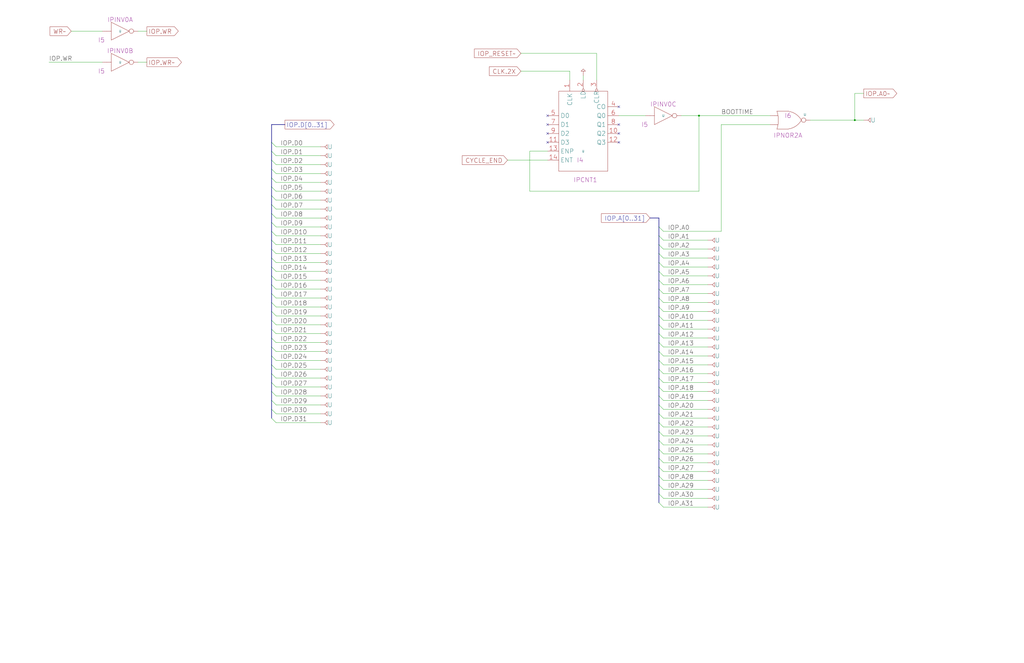
<source format=kicad_sch>
(kicad_sch (version 20220404) (generator eeschema)
  (paper "User" 584.2 378.46)
  (title_block (title "IOP\\n68020 BUS BUFFERS") (date "22-SEP-90") (rev "2.0") (comment 1 "IOC") (comment 2 "232-003061") (comment 3 "S400") (comment 4 "RELEASED"))
  (lib_symbols
    (symbol "r1000:F02" (pin_numbers hide) (pin_names hide)
      (property "Reference" "U" (at 12.16 0.635 0))
      (property "Value" "F02" (at -1.27 -4.445 0))
      (property "Location" "___" (at 2.54 0 0))
      (property "Name" "______" (at 2.54 -12.7 0))
      (symbol "F02_0_1"
        (arc (start -3.81 -7.62) (mid -2.9847 -2.54) (end -3.81 2.54) (stroke (width 0.1524)))
        (polyline (pts (xy -5.08 -5.08) (xy -3.175 -5.08)) (stroke (width 0.1524)))
        (polyline (pts (xy -5.08 0) (xy -3.175 0)) (stroke (width 0.1524)))
        (polyline (pts (xy -3.81 -7.62) (xy 2.54 -7.62)) (stroke (width 0.1524)))
        (polyline (pts (xy -3.81 2.54) (xy 2.54 2.54)) (stroke (width 0.1524)))
        (polyline (pts (xy 13.97 -2.54) (xy 12.7 -2.54)) (stroke (width 0.1524)))
        (arc (start 2.54 -7.62) (mid 6.9515 -5.9823) (end 10.16 -2.54) (stroke (width 0.1524)))
        (arc (start 10.16 -2.54) (mid 6.9478 0.8966) (end 2.54 2.54) (stroke (width 0.1524)))
        (circle (center 11.43 -2.54) (radius 1.27) (stroke (width 0.1524)))
      )
      (symbol "F02_0_2"
        (circle (center -3.81 -5.08) (radius 1.27) (stroke (width 0.1524)))
        (circle (center -3.81 0) (radius 1.27) (stroke (width 0.1524)))
        (polyline (pts (xy -2.54 -7.62) (xy 5.08 -7.62)) (stroke (width 0.1524)))
        (polyline (pts (xy -2.54 2.54) (xy -2.54 -7.62)) (stroke (width 0.1524)))
        (polyline (pts (xy -2.54 2.54) (xy 5.08 2.54)) (stroke (width 0.1524)))
        (polyline (pts (xy 11.43 -2.54) (xy 10.16 -2.54)) (stroke (width 0.1524)))
        (polyline (pts (xy 11.43 -2.54) (xy 12.7 -2.54)) (stroke (width 0.1524)))
        (arc (start 5.08 -7.62) (mid 10.1282 -2.54) (end 5.08 2.54) (stroke (width 0.1524)))
      )
      (symbol "F02_1_1"
        (pin input line (at -7.62 0 0) (length 2.54) (name "D0") (number "1"))
        (pin input line (at -7.62 -5.08 0) (length 2.54) (name "D1") (number "2"))
        (pin output line (at 15.24 -2.54 180) (length 1.27) (name "Q") (number "3"))
      )
      (symbol "F02_1_2"
        (pin input line (at -7.62 0 0) (length 2.54) (name "D0") (number "1"))
        (pin input line (at -7.62 -5.08 0) (length 2.54) (name "D1") (number "2"))
        (pin output line (at 15.24 -2.54 180) (length 2.54) (name "Q") (number "3"))
      )
    )
    (symbol "r1000:F04" (pin_numbers hide) (pin_names hide)
      (property "Reference" "U" (at 0 0 0))
      (property "Value" "F04" (at 1.27 -5.08 0))
      (property "Location" "___" (at -12.7 -5.08 0))
      (property "Name" "______" (at 0 5.08 0))
      (symbol "F04_0_1"
        (polyline (pts (xy -7.62 0) (xy -5.08 0)) (stroke (width 0.1524)))
        (polyline (pts (xy -5.08 5.08) (xy -5.08 -5.08)) (stroke (width 0.1524)))
        (polyline (pts (xy 5.08 0) (xy -5.08 -5.08)) (stroke (width 0.1524)))
        (polyline (pts (xy 5.08 0) (xy -5.08 5.08)) (stroke (width 0.1524)))
        (circle (center 6.35 0) (radius 1.27) (stroke (width 0.1524)))
      )
      (symbol "F04_1_1"
        (pin input line (at -10.16 0 0) (length 2.54) (name "D0") (number "1"))
        (pin output line (at 10.16 0 180) (length 2.54) (name "Q") (number "2"))
      )
    )
    (symbol "r1000:F163" (pin_names (offset 1.016))
      (property "Reference" "U" (at 2.54 5.08 0))
      (property "Value" "F163" (at -1.27 -5.08 0))
      (property "Location" "___" (at -1.27 0 0))
      (property "Name" "______" (at 3.81 -12.7 0))
      (symbol "F163_1_1"
        (rectangle (start -11.43 39.37) (end 16.51 -6.35))
        (circle (center 2.54 40.005) (radius 0.635))
        (circle (center 10.16 40.005) (radius 0.635))
        (pin input line (at -5.08 45.72 270) (length 6.35) (name "CLK") (number "1"))
        (pin output line (at 22.86 15.24 180) (length 6.35) (name "Q2") (number "10"))
        (pin input line (at -17.78 10.16 0) (length 6.35) (name "D3") (number "11"))
        (pin output line (at 22.86 10.16 180) (length 6.35) (name "Q3") (number "12"))
        (pin input line (at -17.78 5.08 0) (length 6.35) (name "ENP") (number "13"))
        (pin input line (at -17.78 0 0) (length 6.35) (name "ENT") (number "14"))
        (pin input line (at 2.54 45.72 270) (length 5.08) (name "LD") (number "2"))
        (pin input line (at 10.16 45.72 270) (length 5.08) (name "CLR") (number "3"))
        (pin output line (at 22.86 30.48 180) (length 6.35) (name "CO") (number "4"))
        (pin input line (at -17.78 25.4 0) (length 6.35) (name "D0") (number "5"))
        (pin output line (at 22.86 25.4 180) (length 6.35) (name "Q0") (number "6"))
        (pin input line (at -17.78 20.32 0) (length 6.35) (name "D1") (number "7"))
        (pin output line (at 22.86 20.32 180) (length 6.35) (name "Q1") (number "8"))
        (pin input line (at -17.78 15.24 0) (length 6.35) (name "D2") (number "9"))
      )
    )
    (symbol "r1000:GF" (pin_numbers hide) (pin_names (offset 0) hide)
      (property "Reference" "GF" (at 3.81 0 0))
      (symbol "GF_0_1"
        (polyline (pts (xy 2.54 0) (xy 3.81 1.27) (xy 3.81 -1.27) (xy 2.54 0)) (stroke (width 0.1524)))
      )
      (symbol "GF_1_1"
        (pin bidirectional line (at 0 0 0) (length 2.54) (name "") (number "1"))
      )
    )
    (symbol "r1000:PU" (power) (pin_numbers hide) (pin_names hide)
      (symbol "PU_0_1"
        (polyline (pts (xy 0 2.54) (xy -1.27 2.54) (xy 0 3.81) (xy 1.27 2.54) (xy 0 2.54)) (stroke (width 0.1524)))
      )
      (symbol "PU_1_1"
        (pin power_in line (at 0 0 90) (length 2.54) (name "PU") (number "1"))
      )
    )
  )
  (junction (at 487.68 68.58))
  (junction (at 398.78 66.04))
  (no_connect (at 312.42 81.28))
  (no_connect (at 312.42 76.2))
  (no_connect (at 353.06 60.96))
  (no_connect (at 312.42 66.04))
  (no_connect (at 353.06 76.2))
  (no_connect (at 353.06 71.12))
  (no_connect (at 312.42 71.12))
  (no_connect (at 353.06 81.28))
  (bus_entry (at 375.92 210.82) (size 2.54 2.54))
  (bus_entry (at 154.94 157.48) (size 2.54 2.54))
  (bus_entry (at 375.92 165.1) (size 2.54 2.54))
  (bus_entry (at 154.94 167.64) (size 2.54 2.54))
  (bus_entry (at 154.94 101.6) (size 2.54 2.54))
  (bus_entry (at 375.92 190.5) (size 2.54 2.54))
  (bus_entry (at 154.94 213.36) (size 2.54 2.54))
  (bus_entry (at 375.92 241.3) (size 2.54 2.54))
  (bus_entry (at 154.94 96.52) (size 2.54 2.54))
  (bus_entry (at 154.94 218.44) (size 2.54 2.54))
  (bus_entry (at 154.94 121.92) (size 2.54 2.54))
  (bus_entry (at 375.92 246.38) (size 2.54 2.54))
  (bus_entry (at 375.92 170.18) (size 2.54 2.54))
  (bus_entry (at 375.92 175.26) (size 2.54 2.54))
  (bus_entry (at 154.94 81.28) (size 2.54 2.54))
  (bus_entry (at 154.94 106.68) (size 2.54 2.54))
  (bus_entry (at 375.92 220.98) (size 2.54 2.54))
  (bus_entry (at 154.94 172.72) (size 2.54 2.54))
  (bus_entry (at 375.92 215.9) (size 2.54 2.54))
  (bus_entry (at 375.92 195.58) (size 2.54 2.54))
  (bus_entry (at 154.94 111.76) (size 2.54 2.54))
  (bus_entry (at 375.92 139.7) (size 2.54 2.54))
  (bus_entry (at 375.92 144.78) (size 2.54 2.54))
  (bus_entry (at 154.94 233.68) (size 2.54 2.54))
  (bus_entry (at 154.94 116.84) (size 2.54 2.54))
  (bus_entry (at 375.92 271.78) (size 2.54 2.54))
  (bus_entry (at 154.94 198.12) (size 2.54 2.54))
  (bus_entry (at 154.94 127) (size 2.54 2.54))
  (bus_entry (at 375.92 226.06) (size 2.54 2.54))
  (bus_entry (at 375.92 266.7) (size 2.54 2.54))
  (bus_entry (at 375.92 134.62) (size 2.54 2.54))
  (bus_entry (at 375.92 261.62) (size 2.54 2.54))
  (bus_entry (at 154.94 132.08) (size 2.54 2.54))
  (bus_entry (at 375.92 236.22) (size 2.54 2.54))
  (bus_entry (at 154.94 137.16) (size 2.54 2.54))
  (bus_entry (at 375.92 180.34) (size 2.54 2.54))
  (bus_entry (at 154.94 238.76) (size 2.54 2.54))
  (bus_entry (at 154.94 142.24) (size 2.54 2.54))
  (bus_entry (at 154.94 182.88) (size 2.54 2.54))
  (bus_entry (at 375.92 287.02) (size 2.54 2.54))
  (bus_entry (at 154.94 147.32) (size 2.54 2.54))
  (bus_entry (at 375.92 160.02) (size 2.54 2.54))
  (bus_entry (at 154.94 177.8) (size 2.54 2.54))
  (bus_entry (at 154.94 223.52) (size 2.54 2.54))
  (bus_entry (at 375.92 251.46) (size 2.54 2.54))
  (bus_entry (at 375.92 200.66) (size 2.54 2.54))
  (bus_entry (at 375.92 185.42) (size 2.54 2.54))
  (bus_entry (at 375.92 281.94) (size 2.54 2.54))
  (bus_entry (at 154.94 152.4) (size 2.54 2.54))
  (bus_entry (at 375.92 154.94) (size 2.54 2.54))
  (bus_entry (at 375.92 231.14) (size 2.54 2.54))
  (bus_entry (at 375.92 256.54) (size 2.54 2.54))
  (bus_entry (at 154.94 228.6) (size 2.54 2.54))
  (bus_entry (at 154.94 193.04) (size 2.54 2.54))
  (bus_entry (at 375.92 276.86) (size 2.54 2.54))
  (bus_entry (at 154.94 162.56) (size 2.54 2.54))
  (bus_entry (at 154.94 187.96) (size 2.54 2.54))
  (bus_entry (at 154.94 203.2) (size 2.54 2.54))
  (bus_entry (at 154.94 86.36) (size 2.54 2.54))
  (bus_entry (at 375.92 149.86) (size 2.54 2.54))
  (bus_entry (at 375.92 129.54) (size 2.54 2.54))
  (bus_entry (at 154.94 208.28) (size 2.54 2.54))
  (bus_entry (at 154.94 91.44) (size 2.54 2.54))
  (bus_entry (at 375.92 205.74) (size 2.54 2.54))
  (bus (pts (xy 154.94 86.36) (xy 154.94 91.44)))
  (bus (pts (xy 375.92 180.34) (xy 375.92 185.42)))
  (wire (pts (xy 340.36 30.48) (xy 297.18 30.48)))
  (wire (pts (xy 378.46 289.56) (xy 403.86 289.56)))
  (wire (pts (xy 157.48 185.42) (xy 182.88 185.42)))
  (wire (pts (xy 157.48 83.82) (xy 182.88 83.82)))
  (wire (pts (xy 157.48 119.38) (xy 182.88 119.38)))
  (wire (pts (xy 398.78 66.04) (xy 398.78 109.22)))
  (bus (pts (xy 154.94 213.36) (xy 154.94 218.44)))
  (wire (pts (xy 378.46 259.08) (xy 403.86 259.08)))
  (bus (pts (xy 375.92 251.46) (xy 375.92 256.54)))
  (bus (pts (xy 154.94 233.68) (xy 154.94 238.76)))
  (bus (pts (xy 154.94 96.52) (xy 154.94 101.6)))
  (bus (pts (xy 154.94 81.28) (xy 154.94 86.36)))
  (bus (pts (xy 375.92 205.74) (xy 375.92 210.82)))
  (bus (pts (xy 154.94 218.44) (xy 154.94 223.52)))
  (wire (pts (xy 157.48 226.06) (xy 182.88 226.06)))
  (wire (pts (xy 378.46 264.16) (xy 403.86 264.16)))
  (bus (pts (xy 154.94 198.12) (xy 154.94 203.2)))
  (wire (pts (xy 378.46 177.8) (xy 403.86 177.8)))
  (wire (pts (xy 378.46 172.72) (xy 403.86 172.72)))
  (bus (pts (xy 154.94 137.16) (xy 154.94 142.24)))
  (wire (pts (xy 157.48 114.3) (xy 182.88 114.3)))
  (wire (pts (xy 487.68 53.34) (xy 492.76 53.34)))
  (wire (pts (xy 157.48 99.06) (xy 182.88 99.06)))
  (bus (pts (xy 154.94 132.08) (xy 154.94 137.16)))
  (bus (pts (xy 375.92 215.9) (xy 375.92 220.98)))
  (wire (pts (xy 157.48 160.02) (xy 182.88 160.02)))
  (bus (pts (xy 370.84 124.46) (xy 375.92 124.46)))
  (bus (pts (xy 154.94 157.48) (xy 154.94 162.56)))
  (wire (pts (xy 157.48 231.14) (xy 182.88 231.14)))
  (bus (pts (xy 154.94 142.24) (xy 154.94 147.32)))
  (bus (pts (xy 154.94 71.12) (xy 154.94 81.28)))
  (bus (pts (xy 375.92 185.42) (xy 375.92 190.5)))
  (bus (pts (xy 375.92 271.78) (xy 375.92 276.86)))
  (wire (pts (xy 157.48 210.82) (xy 182.88 210.82)))
  (bus (pts (xy 154.94 111.76) (xy 154.94 116.84)))
  (wire (pts (xy 157.48 154.94) (xy 182.88 154.94)))
  (wire (pts (xy 340.36 45.72) (xy 340.36 30.48)))
  (bus (pts (xy 375.92 246.38) (xy 375.92 251.46)))
  (wire (pts (xy 157.48 149.86) (xy 182.88 149.86)))
  (wire (pts (xy 157.48 124.46) (xy 182.88 124.46)))
  (bus (pts (xy 375.92 165.1) (xy 375.92 170.18)))
  (wire (pts (xy 157.48 200.66) (xy 182.88 200.66)))
  (bus (pts (xy 154.94 121.92) (xy 154.94 127)))
  (bus (pts (xy 154.94 91.44) (xy 154.94 96.52)))
  (bus (pts (xy 375.92 256.54) (xy 375.92 261.62)))
  (bus (pts (xy 154.94 167.64) (xy 154.94 172.72)))
  (bus (pts (xy 375.92 210.82) (xy 375.92 215.9)))
  (bus (pts (xy 154.94 208.28) (xy 154.94 213.36)))
  (bus (pts (xy 154.94 203.2) (xy 154.94 208.28)))
  (wire (pts (xy 157.48 109.22) (xy 182.88 109.22)))
  (wire (pts (xy 378.46 284.48) (xy 403.86 284.48)))
  (wire (pts (xy 378.46 182.88) (xy 403.86 182.88)))
  (wire (pts (xy 462.28 68.58) (xy 487.68 68.58)))
  (wire (pts (xy 27.94 35.56) (xy 58.42 35.56)))
  (bus (pts (xy 154.94 116.84) (xy 154.94 121.92)))
  (bus (pts (xy 375.92 281.94) (xy 375.92 287.02)))
  (wire (pts (xy 378.46 213.36) (xy 403.86 213.36)))
  (bus (pts (xy 375.92 266.7) (xy 375.92 271.78)))
  (wire (pts (xy 411.48 132.08) (xy 411.48 71.12)))
  (wire (pts (xy 411.48 71.12) (xy 439.42 71.12)))
  (bus (pts (xy 154.94 177.8) (xy 154.94 182.88)))
  (wire (pts (xy 157.48 220.98) (xy 182.88 220.98)))
  (wire (pts (xy 157.48 93.98) (xy 182.88 93.98)))
  (bus (pts (xy 375.92 124.46) (xy 375.92 129.54)))
  (bus (pts (xy 375.92 220.98) (xy 375.92 226.06)))
  (wire (pts (xy 378.46 269.24) (xy 403.86 269.24)))
  (wire (pts (xy 378.46 254) (xy 403.86 254)))
  (wire (pts (xy 378.46 157.48) (xy 403.86 157.48)))
  (wire (pts (xy 40.64 17.78) (xy 58.42 17.78)))
  (wire (pts (xy 353.06 66.04) (xy 368.3 66.04)))
  (wire (pts (xy 388.62 66.04) (xy 398.78 66.04)))
  (bus (pts (xy 375.92 175.26) (xy 375.92 180.34)))
  (wire (pts (xy 78.74 17.78) (xy 83.82 17.78)))
  (bus (pts (xy 375.92 170.18) (xy 375.92 175.26)))
  (wire (pts (xy 157.48 134.62) (xy 182.88 134.62)))
  (wire (pts (xy 302.26 109.22) (xy 302.26 86.36)))
  (wire (pts (xy 378.46 279.4) (xy 403.86 279.4)))
  (bus (pts (xy 375.92 154.94) (xy 375.92 160.02)))
  (wire (pts (xy 378.46 248.92) (xy 403.86 248.92)))
  (wire (pts (xy 378.46 152.4) (xy 403.86 152.4)))
  (wire (pts (xy 378.46 243.84) (xy 403.86 243.84)))
  (bus (pts (xy 375.92 261.62) (xy 375.92 266.7)))
  (bus (pts (xy 154.94 223.52) (xy 154.94 228.6)))
  (bus (pts (xy 375.92 129.54) (xy 375.92 134.62)))
  (wire (pts (xy 378.46 137.16) (xy 403.86 137.16)))
  (wire (pts (xy 157.48 165.1) (xy 182.88 165.1)))
  (bus (pts (xy 375.92 231.14) (xy 375.92 236.22)))
  (wire (pts (xy 78.74 35.56) (xy 83.82 35.56)))
  (wire (pts (xy 157.48 241.3) (xy 182.88 241.3)))
  (bus (pts (xy 375.92 144.78) (xy 375.92 149.86)))
  (bus (pts (xy 375.92 134.62) (xy 375.92 139.7)))
  (bus (pts (xy 154.94 162.56) (xy 154.94 167.64)))
  (wire (pts (xy 378.46 193.04) (xy 403.86 193.04)))
  (bus (pts (xy 375.92 139.7) (xy 375.92 144.78)))
  (wire (pts (xy 378.46 208.28) (xy 403.86 208.28)))
  (bus (pts (xy 154.94 127) (xy 154.94 132.08)))
  (wire (pts (xy 378.46 162.56) (xy 403.86 162.56)))
  (bus (pts (xy 375.92 241.3) (xy 375.92 246.38)))
  (wire (pts (xy 378.46 142.24) (xy 403.86 142.24)))
  (bus (pts (xy 375.92 226.06) (xy 375.92 231.14)))
  (wire (pts (xy 157.48 195.58) (xy 182.88 195.58)))
  (wire (pts (xy 378.46 132.08) (xy 411.48 132.08)))
  (wire (pts (xy 157.48 129.54) (xy 182.88 129.54)))
  (wire (pts (xy 378.46 147.32) (xy 403.86 147.32)))
  (bus (pts (xy 154.94 193.04) (xy 154.94 198.12)))
  (wire (pts (xy 398.78 109.22) (xy 302.26 109.22)))
  (bus (pts (xy 154.94 182.88) (xy 154.94 187.96)))
  (wire (pts (xy 325.12 45.72) (xy 325.12 40.64)))
  (bus (pts (xy 154.94 172.72) (xy 154.94 177.8)))
  (bus (pts (xy 154.94 187.96) (xy 154.94 193.04)))
  (wire (pts (xy 378.46 228.6) (xy 403.86 228.6)))
  (bus (pts (xy 154.94 101.6) (xy 154.94 106.68)))
  (wire (pts (xy 378.46 238.76) (xy 403.86 238.76)))
  (wire (pts (xy 302.26 86.36) (xy 312.42 86.36)))
  (wire (pts (xy 332.74 43.18) (xy 332.74 45.72)))
  (bus (pts (xy 154.94 106.68) (xy 154.94 111.76)))
  (bus (pts (xy 375.92 236.22) (xy 375.92 241.3)))
  (wire (pts (xy 157.48 88.9) (xy 182.88 88.9)))
  (bus (pts (xy 375.92 160.02) (xy 375.92 165.1)))
  (wire (pts (xy 157.48 104.14) (xy 182.88 104.14)))
  (wire (pts (xy 487.68 68.58) (xy 487.68 53.34)))
  (bus (pts (xy 154.94 147.32) (xy 154.94 152.4)))
  (wire (pts (xy 378.46 187.96) (xy 403.86 187.96)))
  (wire (pts (xy 378.46 223.52) (xy 403.86 223.52)))
  (wire (pts (xy 297.18 40.64) (xy 325.12 40.64)))
  (wire (pts (xy 487.68 68.58) (xy 492.76 68.58)))
  (wire (pts (xy 289.56 91.44) (xy 312.42 91.44)))
  (wire (pts (xy 378.46 198.12) (xy 403.86 198.12)))
  (bus (pts (xy 375.92 195.58) (xy 375.92 200.66)))
  (wire (pts (xy 378.46 167.64) (xy 403.86 167.64)))
  (wire (pts (xy 157.48 205.74) (xy 182.88 205.74)))
  (bus (pts (xy 154.94 71.12) (xy 162.56 71.12)))
  (wire (pts (xy 157.48 190.5) (xy 182.88 190.5)))
  (wire (pts (xy 398.78 66.04) (xy 439.42 66.04)))
  (wire (pts (xy 378.46 274.32) (xy 403.86 274.32)))
  (wire (pts (xy 157.48 215.9) (xy 182.88 215.9)))
  (wire (pts (xy 157.48 175.26) (xy 182.88 175.26)))
  (bus (pts (xy 375.92 149.86) (xy 375.92 154.94)))
  (bus (pts (xy 154.94 152.4) (xy 154.94 157.48)))
  (wire (pts (xy 378.46 218.44) (xy 403.86 218.44)))
  (wire (pts (xy 157.48 236.22) (xy 182.88 236.22)))
  (bus (pts (xy 375.92 200.66) (xy 375.92 205.74)))
  (wire (pts (xy 157.48 144.78) (xy 182.88 144.78)))
  (wire (pts (xy 157.48 139.7) (xy 182.88 139.7)))
  (bus (pts (xy 375.92 190.5) (xy 375.92 195.58)))
  (wire (pts (xy 157.48 180.34) (xy 182.88 180.34)))
  (bus (pts (xy 154.94 228.6) (xy 154.94 233.68)))
  (bus (pts (xy 375.92 276.86) (xy 375.92 281.94)))
  (wire (pts (xy 378.46 203.2) (xy 403.86 203.2)))
  (wire (pts (xy 157.48 170.18) (xy 182.88 170.18)))
  (wire (pts (xy 378.46 233.68) (xy 403.86 233.68)))
  (label "IOP.D26" (at 160.02 215.9 0) (effects (font (size 2.54 2.54))))
  (label "IOP.D3" (at 160.02 99.06 0) (effects (font (size 2.54 2.54))))
  (label "IOP.D31" (at 160.02 241.3 0) (effects (font (size 2.54 2.54))))
  (label "IOP.A9" (at 381 177.8 0) (effects (font (size 2.54 2.54))))
  (label "IOP.D7" (at 160.02 119.38 0) (effects (font (size 2.54 2.54))))
  (label "IOP.A11" (at 381 187.96 0) (effects (font (size 2.54 2.54))))
  (label "IOP.A14" (at 381 203.2 0) (effects (font (size 2.54 2.54))))
  (label "IOP.D5" (at 160.02 109.22 0) (effects (font (size 2.54 2.54))))
  (label "IOP.D2" (at 160.02 93.98 0) (effects (font (size 2.54 2.54))))
  (label "IOP.D12" (at 160.02 144.78 0) (effects (font (size 2.54 2.54))))
  (label "IOP.A28" (at 381 274.32 0) (effects (font (size 2.54 2.54))))
  (label "IOP.A1" (at 381 137.16 0) (effects (font (size 2.54 2.54))))
  (label "IOP.A8" (at 381 172.72 0) (effects (font (size 2.54 2.54))))
  (label "IOP.A7" (at 381 167.64 0) (effects (font (size 2.54 2.54))))
  (label "IOP.A23" (at 381 248.92 0) (effects (font (size 2.54 2.54))))
  (label "IOP.D29" (at 160.02 231.14 0) (effects (font (size 2.54 2.54))))
  (label "IOP.D28" (at 160.02 226.06 0) (effects (font (size 2.54 2.54))))
  (label "IOP.D8" (at 160.02 124.46 0) (effects (font (size 2.54 2.54))))
  (label "IOP.D13" (at 160.02 149.86 0) (effects (font (size 2.54 2.54))))
  (label "IOP.A26" (at 381 264.16 0) (effects (font (size 2.54 2.54))))
  (label "IOP.D30" (at 160.02 236.22 0) (effects (font (size 2.54 2.54))))
  (label "IOP.D19" (at 160.02 180.34 0) (effects (font (size 2.54 2.54))))
  (label "IOP.D20" (at 160.02 185.42 0) (effects (font (size 2.54 2.54))))
  (label "IOP.A15" (at 381 208.28 0) (effects (font (size 2.54 2.54))))
  (label "IOP.A30" (at 381 284.48 0) (effects (font (size 2.54 2.54))))
  (label "IOP.A18" (at 381 223.52 0) (effects (font (size 2.54 2.54))))
  (label "IOP.A21" (at 381 238.76 0) (effects (font (size 2.54 2.54))))
  (label "IOP.A2" (at 381 142.24 0) (effects (font (size 2.54 2.54))))
  (label "IOP.D16" (at 160.02 165.1 0) (effects (font (size 2.54 2.54))))
  (label "IOP.D1" (at 160.02 88.9 0) (effects (font (size 2.54 2.54))))
  (label "IOP.D17" (at 160.02 170.18 0) (effects (font (size 2.54 2.54))))
  (label "IOP.D6" (at 160.02 114.3 0) (effects (font (size 2.54 2.54))))
  (label "IOP.A25" (at 381 259.08 0) (effects (font (size 2.54 2.54))))
  (label "IOP.D11" (at 160.02 139.7 0) (effects (font (size 2.54 2.54))))
  (label "IOP.D21" (at 160.02 190.5 0) (effects (font (size 2.54 2.54))))
  (label "IOP.A20" (at 381 233.68 0) (effects (font (size 2.54 2.54))))
  (label "IOP.D4" (at 160.02 104.14 0) (effects (font (size 2.54 2.54))))
  (label "IOP.D25" (at 160.02 210.82 0) (effects (font (size 2.54 2.54))))
  (label "IOP.A16" (at 381 213.36 0) (effects (font (size 2.54 2.54))))
  (label "IOP.A13" (at 381 198.12 0) (effects (font (size 2.54 2.54))))
  (label "IOP.A4" (at 381 152.4 0) (effects (font (size 2.54 2.54))))
  (label "IOP.A31" (at 381 289.56 0) (effects (font (size 2.54 2.54))))
  (label "IOP.A17" (at 381 218.44 0) (effects (font (size 2.54 2.54))))
  (label "IOP.D14" (at 160.02 154.94 0) (effects (font (size 2.54 2.54))))
  (label "IOP.D18" (at 160.02 175.26 0) (effects (font (size 2.54 2.54))))
  (label "IOP.A29" (at 381 279.4 0) (effects (font (size 2.54 2.54))))
  (label "BOOTTIME" (at 411.48 66.04 0) (effects (font (size 2.54 2.54))))
  (label "IOP.A0" (at 381 132.08 0) (effects (font (size 2.54 2.54))))
  (label "IOP.D9" (at 160.02 129.54 0) (effects (font (size 2.54 2.54))))
  (label "IOP.D10" (at 160.02 134.62 0) (effects (font (size 2.54 2.54))))
  (label "IOP.D23" (at 160.02 200.66 0) (effects (font (size 2.54 2.54))))
  (label "IOP.A10" (at 381 182.88 0) (effects (font (size 2.54 2.54))))
  (label "IOP.D27" (at 160.02 220.98 0) (effects (font (size 2.54 2.54))))
  (label "IOP.A24" (at 381 254 0) (effects (font (size 2.54 2.54))))
  (label "IOP.A6" (at 381 162.56 0) (effects (font (size 2.54 2.54))))
  (label "IOP.D24" (at 160.02 205.74 0) (effects (font (size 2.54 2.54))))
  (label "IOP.D15" (at 160.02 160.02 0) (effects (font (size 2.54 2.54))))
  (label "IOP.A5" (at 381 157.48 0) (effects (font (size 2.54 2.54))))
  (label "IOP.A27" (at 381 269.24 0) (effects (font (size 2.54 2.54))))
  (label "IOP.A22" (at 381 243.84 0) (effects (font (size 2.54 2.54))))
  (label "IOP.D0" (at 160.02 83.82 0) (effects (font (size 2.54 2.54))))
  (label "IOP.WR" (at 27.94 35.56 0) (effects (font (size 2.54 2.54))))
  (label "IOP.A3" (at 381 147.32 0) (effects (font (size 2.54 2.54))))
  (label "IOP.D22" (at 160.02 195.58 0) (effects (font (size 2.54 2.54))))
  (label "IOP.A12" (at 381 193.04 0) (effects (font (size 2.54 2.54))))
  (label "IOP.A19" (at 381 228.6 0) (effects (font (size 2.54 2.54))))
  (global_label "CYCLE_END" (shape input) (at 289.56 91.44 180) (effects (font (size 2.54 2.54))) (property "Intersheet References" "${INTERSHEET_REFS}" (at 263.3073 91.2813 0) (effects (font (size 1.905 1.905)) (justify right))))
  (global_label "IOP.D[0..31]" (shape output) (at 162.56 71.12 0) (effects (font (size 2.54 2.54))) (property "Intersheet References" "${INTERSHEET_REFS}" (at 191.466 71.12 0) (effects (font (size 1.905 1.905)) (justify left))))
  (global_label "IOP.A[0..31]" (shape input) (at 370.84 124.46 180) (effects (font (size 2.54 2.54))) (property "Intersheet References" "${INTERSHEET_REFS}" (at 342.2969 124.46 0) (effects (font (size 1.905 1.905)) (justify right))))
  (global_label "CLK.2X" (shape input) (at 297.18 40.64 180) (effects (font (size 2.54 2.54))) (property "Intersheet References" "${INTERSHEET_REFS}" (at 272.6206 40.4813 0) (effects (font (size 1.905 1.905)) (justify right))))
  (global_label "WR~" (shape input) (at 40.64 17.78 180) (effects (font (size 2.54 2.54))) (property "Intersheet References" "${INTERSHEET_REFS}" (at 28.1759 17.6213 0) (effects (font (size 1.905 1.905)) (justify right))))
  (global_label "IOP.A0~" (shape output) (at 492.76 53.34 0) (effects (font (size 2.54 2.54))) (property "Intersheet References" "${INTERSHEET_REFS}" (at 511.9975 53.1813 0) (effects (font (size 1.905 1.905)) (justify left))))
  (global_label "IOP.WR~" (shape output) (at 83.82 35.56 0) (effects (font (size 2.54 2.54))) (property "Intersheet References" "${INTERSHEET_REFS}" (at 103.9041 35.4013 0) (effects (font (size 1.905 1.905)) (justify left))))
  (global_label "IOP.WR" (shape output) (at 83.82 17.78 0) (effects (font (size 2.54 2.54))) (property "Intersheet References" "${INTERSHEET_REFS}" (at 102.5663 17.78 0) (effects (font (size 1.905 1.905)) (justify left))))
  (global_label "IOP_RESET~" (shape input) (at 297.18 30.48 180) (effects (font (size 2.54 2.54))) (property "Intersheet References" "${INTERSHEET_REFS}" (at 270.3225 30.3213 0) (effects (font (size 1.905 1.905)) (justify right))))
  (symbol (lib_id "r1000:GF") (at 182.88 104.14 0) (unit 1)
    (default_instance (reference "U") (unit 1) (value "") (footprint ""))
    (property "Reference" "U" (at 186.69 104.14 0) (effects (font (size 2.54 2.54)) (justify left)))
  )
  (symbol (lib_id "r1000:GF") (at 182.88 129.54 0) (unit 1)
    (default_instance (reference "U") (unit 1) (value "") (footprint ""))
    (property "Reference" "U" (at 186.69 129.54 0) (effects (font (size 2.54 2.54)) (justify left)))
  )
  (symbol (lib_id "r1000:GF") (at 403.86 243.84 0) (unit 1)
    (default_instance (reference "U") (unit 1) (value "") (footprint ""))
    (property "Reference" "U" (at 407.67 243.84 0) (effects (font (size 2.54 2.54)) (justify left)))
  )
  (symbol (lib_id "r1000:GF") (at 182.88 210.82 0) (unit 1)
    (default_instance (reference "U") (unit 1) (value "") (footprint ""))
    (property "Reference" "U" (at 186.69 210.82 0) (effects (font (size 2.54 2.54)) (justify left)))
  )
  (symbol (lib_id "r1000:GF") (at 403.86 152.4 0) (unit 1)
    (default_instance (reference "U") (unit 1) (value "") (footprint ""))
    (property "Reference" "U" (at 407.67 152.4 0) (effects (font (size 2.54 2.54)) (justify left)))
  )
  (symbol (lib_id "r1000:GF") (at 403.86 142.24 0) (unit 1)
    (default_instance (reference "U") (unit 1) (value "") (footprint ""))
    (property "Reference" "U" (at 407.67 142.24 0) (effects (font (size 2.54 2.54)) (justify left)))
  )
  (symbol (lib_id "r1000:GF") (at 403.86 203.2 0) (unit 1)
    (default_instance (reference "U") (unit 1) (value "") (footprint ""))
    (property "Reference" "U" (at 407.67 203.2 0) (effects (font (size 2.54 2.54)) (justify left)))
  )
  (symbol (lib_id "r1000:GF") (at 182.88 114.3 0) (unit 1)
    (default_instance (reference "U") (unit 1) (value "") (footprint ""))
    (property "Reference" "U" (at 186.69 114.3 0) (effects (font (size 2.54 2.54)) (justify left)))
  )
  (symbol (lib_id "r1000:GF") (at 182.88 160.02 0) (unit 1)
    (default_instance (reference "U") (unit 1) (value "") (footprint ""))
    (property "Reference" "U" (at 186.69 160.02 0) (effects (font (size 2.54 2.54)) (justify left)))
  )
  (symbol (lib_id "r1000:GF") (at 182.88 241.3 0) (unit 1)
    (default_instance (reference "U") (unit 1) (value "") (footprint ""))
    (property "Reference" "U" (at 186.69 241.3 0) (effects (font (size 2.54 2.54)) (justify left)))
  )
  (symbol (lib_id "r1000:F04") (at 68.58 35.56 0) (unit 1)
    (default_instance (reference "U") (unit 1) (value "") (footprint ""))
    (property "Reference" "U" (at 68.58 35.56 0))
    (property "Location" "I5" (at 55.88 40.64 0) (effects (font (size 2.54 2.54)) (justify left)))
    (property "Name" "IPINV0B" (at 68.58 30.48 0) (effects (font (size 2.54 2.54)) (justify bottom)))
  )
  (symbol (lib_id "r1000:GF") (at 182.88 83.82 0) (unit 1)
    (default_instance (reference "U") (unit 1) (value "") (footprint ""))
    (property "Reference" "U" (at 186.69 83.82 0) (effects (font (size 2.54 2.54)) (justify left)))
  )
  (symbol (lib_id "r1000:GF") (at 182.88 154.94 0) (unit 1)
    (default_instance (reference "U") (unit 1) (value "") (footprint ""))
    (property "Reference" "U" (at 186.69 154.94 0) (effects (font (size 2.54 2.54)) (justify left)))
  )
  (symbol (lib_id "r1000:GF") (at 182.88 119.38 0) (unit 1)
    (default_instance (reference "U") (unit 1) (value "") (footprint ""))
    (property "Reference" "U" (at 186.69 119.38 0) (effects (font (size 2.54 2.54)) (justify left)))
  )
  (symbol (lib_id "r1000:GF") (at 403.86 279.4 0) (unit 1)
    (default_instance (reference "U") (unit 1) (value "") (footprint ""))
    (property "Reference" "U" (at 407.67 279.4 0) (effects (font (size 2.54 2.54)) (justify left)))
  )
  (symbol (lib_id "r1000:GF") (at 182.88 99.06 0) (unit 1)
    (default_instance (reference "U") (unit 1) (value "") (footprint ""))
    (property "Reference" "U" (at 186.69 99.06 0) (effects (font (size 2.54 2.54)) (justify left)))
  )
  (symbol (lib_id "r1000:GF") (at 403.86 177.8 0) (unit 1)
    (default_instance (reference "U") (unit 1) (value "") (footprint ""))
    (property "Reference" "U" (at 407.67 177.8 0) (effects (font (size 2.54 2.54)) (justify left)))
  )
  (symbol (lib_id "r1000:F04") (at 68.58 17.78 0) (unit 1)
    (default_instance (reference "U") (unit 1) (value "") (footprint ""))
    (property "Reference" "U" (at 68.58 17.78 0))
    (property "Location" "I5" (at 55.88 22.86 0) (effects (font (size 2.54 2.54)) (justify left)))
    (property "Name" "IPINV0A" (at 68.58 12.7 0) (effects (font (size 2.54 2.54)) (justify bottom)))
  )
  (symbol (lib_id "r1000:GF") (at 182.88 220.98 0) (unit 1)
    (default_instance (reference "U") (unit 1) (value "") (footprint ""))
    (property "Reference" "U" (at 186.69 220.98 0) (effects (font (size 2.54 2.54)) (justify left)))
  )
  (symbol (lib_id "r1000:GF") (at 182.88 180.34 0) (unit 1)
    (default_instance (reference "U") (unit 1) (value "") (footprint ""))
    (property "Reference" "U" (at 186.69 180.34 0) (effects (font (size 2.54 2.54)) (justify left)))
  )
  (symbol (lib_id "r1000:F02") (at 447.04 66.04 0) (unit 1)
    (default_instance (reference "U") (unit 1) (value "") (footprint ""))
    (property "Reference" "U" (at 459.2 65.405 0))
    (property "Location" "I6" (at 449.58 66.04 0) (effects (font (size 2.54 2.54))))
    (property "Name" "IPNOR2A" (at 449.58 78.74 0) (effects (font (size 2.54 2.54)) (justify bottom)))
  )
  (symbol (lib_id "r1000:GF") (at 182.88 195.58 0) (unit 1)
    (default_instance (reference "U") (unit 1) (value "") (footprint ""))
    (property "Reference" "U" (at 186.69 195.58 0) (effects (font (size 2.54 2.54)) (justify left)))
  )
  (symbol (lib_id "r1000:GF") (at 403.86 182.88 0) (unit 1)
    (default_instance (reference "U") (unit 1) (value "") (footprint ""))
    (property "Reference" "U" (at 407.67 182.88 0) (effects (font (size 2.54 2.54)) (justify left)))
  )
  (symbol (lib_id "r1000:GF") (at 492.76 68.58 0) (unit 1)
    (default_instance (reference "U") (unit 1) (value "") (footprint ""))
    (property "Reference" "U" (at 496.57 68.58 0) (effects (font (size 2.54 2.54)) (justify left)))
  )
  (symbol (lib_id "r1000:GF") (at 403.86 157.48 0) (unit 1)
    (default_instance (reference "U") (unit 1) (value "") (footprint ""))
    (property "Reference" "U" (at 407.67 157.48 0) (effects (font (size 2.54 2.54)) (justify left)))
  )
  (symbol (lib_id "r1000:GF") (at 182.88 93.98 0) (unit 1)
    (default_instance (reference "U") (unit 1) (value "") (footprint ""))
    (property "Reference" "U" (at 186.69 93.98 0) (effects (font (size 2.54 2.54)) (justify left)))
  )
  (symbol (lib_id "r1000:GF") (at 403.86 193.04 0) (unit 1)
    (default_instance (reference "U") (unit 1) (value "") (footprint ""))
    (property "Reference" "U" (at 407.67 193.04 0) (effects (font (size 2.54 2.54)) (justify left)))
  )
  (symbol (lib_id "r1000:GF") (at 403.86 213.36 0) (unit 1)
    (default_instance (reference "U") (unit 1) (value "") (footprint ""))
    (property "Reference" "U" (at 407.67 213.36 0) (effects (font (size 2.54 2.54)) (justify left)))
  )
  (symbol (lib_id "r1000:GF") (at 403.86 233.68 0) (unit 1)
    (default_instance (reference "U") (unit 1) (value "") (footprint ""))
    (property "Reference" "U" (at 407.67 233.68 0) (effects (font (size 2.54 2.54)) (justify left)))
  )
  (symbol (lib_id "r1000:F04") (at 378.46 66.04 0) (unit 1)
    (default_instance (reference "U") (unit 1) (value "") (footprint ""))
    (property "Reference" "U" (at 378.46 66.04 0))
    (property "Location" "I5" (at 365.76 71.12 0) (effects (font (size 2.54 2.54)) (justify left)))
    (property "Name" "IPINV0C" (at 378.46 60.96 0) (effects (font (size 2.54 2.54)) (justify bottom)))
  )
  (symbol (lib_id "r1000:GF") (at 182.88 185.42 0) (unit 1)
    (default_instance (reference "U") (unit 1) (value "") (footprint ""))
    (property "Reference" "U" (at 186.69 185.42 0) (effects (font (size 2.54 2.54)) (justify left)))
  )
  (symbol (lib_id "r1000:GF") (at 403.86 167.64 0) (unit 1)
    (default_instance (reference "U") (unit 1) (value "") (footprint ""))
    (property "Reference" "U" (at 407.67 167.64 0) (effects (font (size 2.54 2.54)) (justify left)))
  )
  (symbol (lib_id "r1000:GF") (at 182.88 88.9 0) (unit 1)
    (default_instance (reference "U") (unit 1) (value "") (footprint ""))
    (property "Reference" "U" (at 186.69 88.9 0) (effects (font (size 2.54 2.54)) (justify left)))
  )
  (symbol (lib_id "r1000:GF") (at 182.88 149.86 0) (unit 1)
    (default_instance (reference "U") (unit 1) (value "") (footprint ""))
    (property "Reference" "U" (at 186.69 149.86 0) (effects (font (size 2.54 2.54)) (justify left)))
  )
  (symbol (lib_id "r1000:GF") (at 182.88 134.62 0) (unit 1)
    (default_instance (reference "U") (unit 1) (value "") (footprint ""))
    (property "Reference" "U" (at 186.69 134.62 0) (effects (font (size 2.54 2.54)) (justify left)))
  )
  (symbol (lib_id "r1000:GF") (at 403.86 228.6 0) (unit 1)
    (default_instance (reference "U") (unit 1) (value "") (footprint ""))
    (property "Reference" "U" (at 407.67 228.6 0) (effects (font (size 2.54 2.54)) (justify left)))
  )
  (symbol (lib_id "r1000:GF") (at 182.88 124.46 0) (unit 1)
    (default_instance (reference "U") (unit 1) (value "") (footprint ""))
    (property "Reference" "U" (at 186.69 124.46 0) (effects (font (size 2.54 2.54)) (justify left)))
  )
  (symbol (lib_id "r1000:GF") (at 182.88 144.78 0) (unit 1)
    (default_instance (reference "U") (unit 1) (value "") (footprint ""))
    (property "Reference" "U" (at 186.69 144.78 0) (effects (font (size 2.54 2.54)) (justify left)))
  )
  (symbol (lib_id "r1000:GF") (at 403.86 274.32 0) (unit 1)
    (default_instance (reference "U") (unit 1) (value "") (footprint ""))
    (property "Reference" "U" (at 407.67 274.32 0) (effects (font (size 2.54 2.54)) (justify left)))
  )
  (symbol (lib_id "r1000:GF") (at 182.88 200.66 0) (unit 1)
    (default_instance (reference "U") (unit 1) (value "") (footprint ""))
    (property "Reference" "U" (at 186.69 200.66 0) (effects (font (size 2.54 2.54)) (justify left)))
  )
  (symbol (lib_id "r1000:GF") (at 403.86 289.56 0) (unit 1)
    (default_instance (reference "U") (unit 1) (value "") (footprint ""))
    (property "Reference" "U" (at 407.67 289.56 0) (effects (font (size 2.54 2.54)) (justify left)))
  )
  (symbol (lib_id "r1000:GF") (at 182.88 236.22 0) (unit 1)
    (default_instance (reference "U") (unit 1) (value "") (footprint ""))
    (property "Reference" "U" (at 186.69 236.22 0) (effects (font (size 2.54 2.54)) (justify left)))
  )
  (symbol (lib_id "r1000:GF") (at 403.86 187.96 0) (unit 1)
    (default_instance (reference "U") (unit 1) (value "") (footprint ""))
    (property "Reference" "U" (at 407.67 187.96 0) (effects (font (size 2.54 2.54)) (justify left)))
  )
  (symbol (lib_id "r1000:GF") (at 403.86 162.56 0) (unit 1)
    (default_instance (reference "U") (unit 1) (value "") (footprint ""))
    (property "Reference" "U" (at 407.67 162.56 0) (effects (font (size 2.54 2.54)) (justify left)))
  )
  (symbol (lib_id "r1000:PU") (at 332.74 43.18 0) (unit 1)
    (default_instance (reference "U") (unit 1) (value "") (footprint ""))
    (property "Reference" "U" (effects hide))
  )
  (symbol (lib_id "r1000:GF") (at 182.88 231.14 0) (unit 1)
    (default_instance (reference "U") (unit 1) (value "") (footprint ""))
    (property "Reference" "U" (at 186.69 231.14 0) (effects (font (size 2.54 2.54)) (justify left)))
  )
  (symbol (lib_id "r1000:F163") (at 330.2 91.44 0) (unit 1)
    (default_instance (reference "U") (unit 1) (value "") (footprint ""))
    (property "Reference" "U" (at 332.74 86.36 0))
    (property "Location" "I4" (at 328.93 91.44 0) (effects (font (size 2.54 2.54)) (justify left)))
    (property "Name" "IPCNT1" (at 334.01 104.14 0) (effects (font (size 2.54 2.54)) (justify bottom)))
  )
  (symbol (lib_id "r1000:GF") (at 403.86 198.12 0) (unit 1)
    (default_instance (reference "U") (unit 1) (value "") (footprint ""))
    (property "Reference" "U" (at 407.67 198.12 0) (effects (font (size 2.54 2.54)) (justify left)))
  )
  (symbol (lib_id "r1000:GF") (at 403.86 223.52 0) (unit 1)
    (default_instance (reference "U") (unit 1) (value "") (footprint ""))
    (property "Reference" "U" (at 407.67 223.52 0) (effects (font (size 2.54 2.54)) (justify left)))
  )
  (symbol (lib_id "r1000:GF") (at 182.88 215.9 0) (unit 1)
    (default_instance (reference "U") (unit 1) (value "") (footprint ""))
    (property "Reference" "U" (at 186.69 215.9 0) (effects (font (size 2.54 2.54)) (justify left)))
  )
  (symbol (lib_id "r1000:GF") (at 403.86 284.48 0) (unit 1)
    (default_instance (reference "U") (unit 1) (value "") (footprint ""))
    (property "Reference" "U" (at 407.67 284.48 0) (effects (font (size 2.54 2.54)) (justify left)))
  )
  (symbol (lib_id "r1000:GF") (at 403.86 259.08 0) (unit 1)
    (default_instance (reference "U") (unit 1) (value "") (footprint ""))
    (property "Reference" "U" (at 407.67 259.08 0) (effects (font (size 2.54 2.54)) (justify left)))
  )
  (symbol (lib_id "r1000:GF") (at 182.88 226.06 0) (unit 1)
    (default_instance (reference "U") (unit 1) (value "") (footprint ""))
    (property "Reference" "U" (at 186.69 226.06 0) (effects (font (size 2.54 2.54)) (justify left)))
  )
  (symbol (lib_id "r1000:GF") (at 403.86 137.16 0) (unit 1)
    (default_instance (reference "U") (unit 1) (value "") (footprint ""))
    (property "Reference" "U" (at 407.67 137.16 0) (effects (font (size 2.54 2.54)) (justify left)))
  )
  (symbol (lib_id "r1000:GF") (at 403.86 147.32 0) (unit 1)
    (default_instance (reference "U") (unit 1) (value "") (footprint ""))
    (property "Reference" "U" (at 407.67 147.32 0) (effects (font (size 2.54 2.54)) (justify left)))
  )
  (symbol (lib_id "r1000:GF") (at 403.86 218.44 0) (unit 1)
    (default_instance (reference "U") (unit 1) (value "") (footprint ""))
    (property "Reference" "U" (at 407.67 218.44 0) (effects (font (size 2.54 2.54)) (justify left)))
  )
  (symbol (lib_id "r1000:GF") (at 403.86 269.24 0) (unit 1)
    (default_instance (reference "U") (unit 1) (value "") (footprint ""))
    (property "Reference" "U" (at 407.67 269.24 0) (effects (font (size 2.54 2.54)) (justify left)))
  )
  (symbol (lib_id "r1000:GF") (at 403.86 238.76 0) (unit 1)
    (default_instance (reference "U") (unit 1) (value "") (footprint ""))
    (property "Reference" "U" (at 407.67 238.76 0) (effects (font (size 2.54 2.54)) (justify left)))
  )
  (symbol (lib_id "r1000:GF") (at 403.86 264.16 0) (unit 1)
    (default_instance (reference "U") (unit 1) (value "") (footprint ""))
    (property "Reference" "U" (at 407.67 264.16 0) (effects (font (size 2.54 2.54)) (justify left)))
  )
  (symbol (lib_id "r1000:GF") (at 403.86 248.92 0) (unit 1)
    (default_instance (reference "U") (unit 1) (value "") (footprint ""))
    (property "Reference" "U" (at 407.67 248.92 0) (effects (font (size 2.54 2.54)) (justify left)))
  )
  (symbol (lib_id "r1000:GF") (at 182.88 165.1 0) (unit 1)
    (default_instance (reference "U") (unit 1) (value "") (footprint ""))
    (property "Reference" "U" (at 186.69 165.1 0) (effects (font (size 2.54 2.54)) (justify left)))
  )
  (symbol (lib_id "r1000:GF") (at 403.86 254 0) (unit 1)
    (default_instance (reference "U") (unit 1) (value "") (footprint ""))
    (property "Reference" "U" (at 407.67 254 0) (effects (font (size 2.54 2.54)) (justify left)))
  )
  (symbol (lib_id "r1000:GF") (at 403.86 172.72 0) (unit 1)
    (default_instance (reference "U") (unit 1) (value "") (footprint ""))
    (property "Reference" "U" (at 407.67 172.72 0) (effects (font (size 2.54 2.54)) (justify left)))
  )
  (symbol (lib_id "r1000:GF") (at 182.88 109.22 0) (unit 1)
    (default_instance (reference "U") (unit 1) (value "") (footprint ""))
    (property "Reference" "U" (at 186.69 109.22 0) (effects (font (size 2.54 2.54)) (justify left)))
  )
  (symbol (lib_id "r1000:GF") (at 403.86 208.28 0) (unit 1)
    (default_instance (reference "U") (unit 1) (value "") (footprint ""))
    (property "Reference" "U" (at 407.67 208.28 0) (effects (font (size 2.54 2.54)) (justify left)))
  )
  (symbol (lib_id "r1000:GF") (at 182.88 170.18 0) (unit 1)
    (default_instance (reference "U") (unit 1) (value "") (footprint ""))
    (property "Reference" "U" (at 186.69 170.18 0) (effects (font (size 2.54 2.54)) (justify left)))
  )
  (symbol (lib_id "r1000:GF") (at 182.88 175.26 0) (unit 1)
    (default_instance (reference "U") (unit 1) (value "") (footprint ""))
    (property "Reference" "U" (at 186.69 175.26 0) (effects (font (size 2.54 2.54)) (justify left)))
  )
  (symbol (lib_id "r1000:GF") (at 182.88 190.5 0) (unit 1)
    (default_instance (reference "U") (unit 1) (value "") (footprint ""))
    (property "Reference" "U" (at 186.69 190.5 0) (effects (font (size 2.54 2.54)) (justify left)))
  )
  (symbol (lib_id "r1000:GF") (at 182.88 139.7 0) (unit 1)
    (default_instance (reference "U") (unit 1) (value "") (footprint ""))
    (property "Reference" "U" (at 186.69 139.7 0) (effects (font (size 2.54 2.54)) (justify left)))
  )
  (symbol (lib_id "r1000:GF") (at 182.88 205.74 0) (unit 1)
    (default_instance (reference "U") (unit 1) (value "") (footprint ""))
    (property "Reference" "U" (at 186.69 205.74 0) (effects (font (size 2.54 2.54)) (justify left)))
  )
)
</source>
